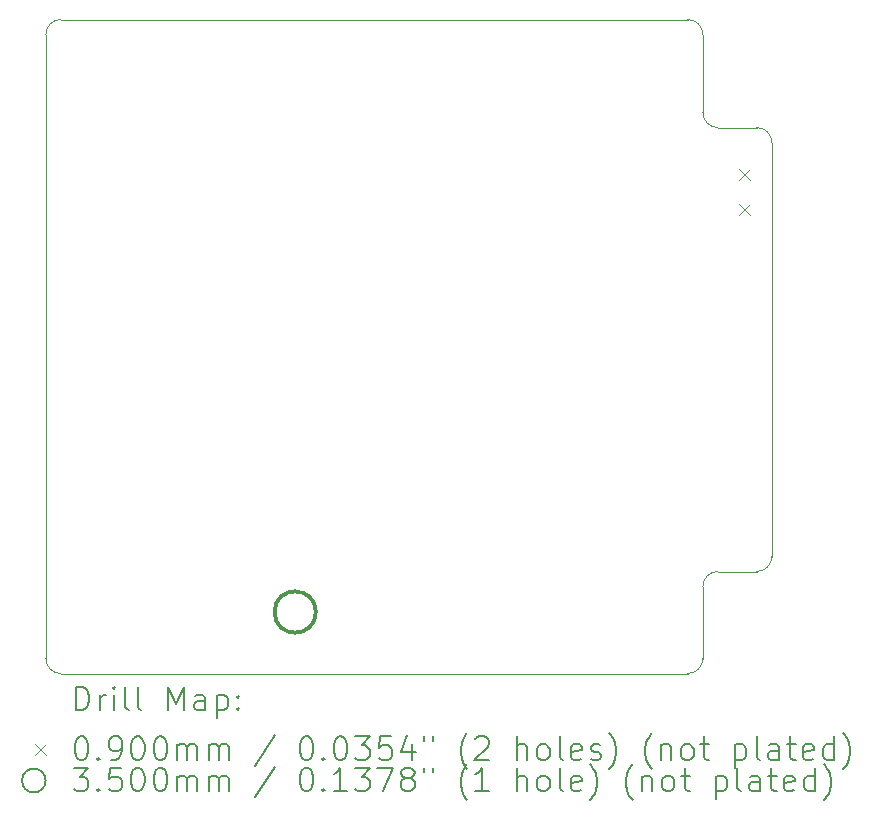
<source format=gbr>
%FSLAX45Y45*%
G04 Gerber Fmt 4.5, Leading zero omitted, Abs format (unit mm)*
G04 Created by KiCad (PCBNEW (6.0.4-0)) date 2022-04-27 14:28:38*
%MOMM*%
%LPD*%
G01*
G04 APERTURE LIST*
%TA.AperFunction,Profile*%
%ADD10C,0.050000*%
%TD*%
%ADD11C,0.200000*%
%ADD12C,0.090000*%
%ADD13C,0.350000*%
G04 APERTURE END LIST*
D10*
X18199100Y-9372600D02*
G75*
G03*
X18072100Y-9499600I0J-127000D01*
G01*
X18072100Y-5486400D02*
G75*
G03*
X18199100Y-5613400I127000J0D01*
G01*
X18656300Y-5740400D02*
G75*
G03*
X18529300Y-5613400I-127000J0D01*
G01*
X18529300Y-9372600D02*
G75*
G03*
X18656300Y-9245600I0J127000D01*
G01*
X12509500Y-10109200D02*
G75*
G03*
X12636500Y-10236200I127000J0D01*
G01*
X17945100Y-10236200D02*
G75*
G03*
X18072100Y-10109200I0J127000D01*
G01*
X18072100Y-4826000D02*
G75*
G03*
X17945100Y-4699000I-127000J0D01*
G01*
X12636500Y-4699000D02*
G75*
G03*
X12509500Y-4826000I0J-127000D01*
G01*
X18199100Y-9372600D02*
X18529300Y-9372600D01*
X18072100Y-9499600D02*
X18072100Y-10109200D01*
X18199100Y-5613400D02*
X18529300Y-5613400D01*
X18072100Y-4826000D02*
X18072100Y-5486400D01*
X12636500Y-4699000D02*
X17945100Y-4699000D01*
X12509500Y-10109200D02*
X12509500Y-4826000D01*
X17945100Y-10236200D02*
X12636500Y-10236200D01*
X18656300Y-5740400D02*
X18656300Y-9245600D01*
D11*
D12*
X18377600Y-5964500D02*
X18467600Y-6054500D01*
X18467600Y-5964500D02*
X18377600Y-6054500D01*
X18377600Y-6264500D02*
X18467600Y-6354500D01*
X18467600Y-6264500D02*
X18377600Y-6354500D01*
D13*
X14795000Y-9715500D02*
G75*
G03*
X14795000Y-9715500I-175000J0D01*
G01*
D11*
X12764619Y-10549176D02*
X12764619Y-10349176D01*
X12812238Y-10349176D01*
X12840809Y-10358700D01*
X12859857Y-10377748D01*
X12869381Y-10396795D01*
X12878905Y-10434890D01*
X12878905Y-10463462D01*
X12869381Y-10501557D01*
X12859857Y-10520605D01*
X12840809Y-10539652D01*
X12812238Y-10549176D01*
X12764619Y-10549176D01*
X12964619Y-10549176D02*
X12964619Y-10415843D01*
X12964619Y-10453938D02*
X12974143Y-10434890D01*
X12983667Y-10425367D01*
X13002714Y-10415843D01*
X13021762Y-10415843D01*
X13088428Y-10549176D02*
X13088428Y-10415843D01*
X13088428Y-10349176D02*
X13078905Y-10358700D01*
X13088428Y-10368224D01*
X13097952Y-10358700D01*
X13088428Y-10349176D01*
X13088428Y-10368224D01*
X13212238Y-10549176D02*
X13193190Y-10539652D01*
X13183667Y-10520605D01*
X13183667Y-10349176D01*
X13317000Y-10549176D02*
X13297952Y-10539652D01*
X13288428Y-10520605D01*
X13288428Y-10349176D01*
X13545571Y-10549176D02*
X13545571Y-10349176D01*
X13612238Y-10492033D01*
X13678905Y-10349176D01*
X13678905Y-10549176D01*
X13859857Y-10549176D02*
X13859857Y-10444414D01*
X13850333Y-10425367D01*
X13831286Y-10415843D01*
X13793190Y-10415843D01*
X13774143Y-10425367D01*
X13859857Y-10539652D02*
X13840809Y-10549176D01*
X13793190Y-10549176D01*
X13774143Y-10539652D01*
X13764619Y-10520605D01*
X13764619Y-10501557D01*
X13774143Y-10482510D01*
X13793190Y-10472986D01*
X13840809Y-10472986D01*
X13859857Y-10463462D01*
X13955095Y-10415843D02*
X13955095Y-10615843D01*
X13955095Y-10425367D02*
X13974143Y-10415843D01*
X14012238Y-10415843D01*
X14031286Y-10425367D01*
X14040809Y-10434890D01*
X14050333Y-10453938D01*
X14050333Y-10511081D01*
X14040809Y-10530129D01*
X14031286Y-10539652D01*
X14012238Y-10549176D01*
X13974143Y-10549176D01*
X13955095Y-10539652D01*
X14136048Y-10530129D02*
X14145571Y-10539652D01*
X14136048Y-10549176D01*
X14126524Y-10539652D01*
X14136048Y-10530129D01*
X14136048Y-10549176D01*
X14136048Y-10425367D02*
X14145571Y-10434890D01*
X14136048Y-10444414D01*
X14126524Y-10434890D01*
X14136048Y-10425367D01*
X14136048Y-10444414D01*
D12*
X12417000Y-10833700D02*
X12507000Y-10923700D01*
X12507000Y-10833700D02*
X12417000Y-10923700D01*
D11*
X12802714Y-10769176D02*
X12821762Y-10769176D01*
X12840809Y-10778700D01*
X12850333Y-10788224D01*
X12859857Y-10807271D01*
X12869381Y-10845367D01*
X12869381Y-10892986D01*
X12859857Y-10931081D01*
X12850333Y-10950129D01*
X12840809Y-10959652D01*
X12821762Y-10969176D01*
X12802714Y-10969176D01*
X12783667Y-10959652D01*
X12774143Y-10950129D01*
X12764619Y-10931081D01*
X12755095Y-10892986D01*
X12755095Y-10845367D01*
X12764619Y-10807271D01*
X12774143Y-10788224D01*
X12783667Y-10778700D01*
X12802714Y-10769176D01*
X12955095Y-10950129D02*
X12964619Y-10959652D01*
X12955095Y-10969176D01*
X12945571Y-10959652D01*
X12955095Y-10950129D01*
X12955095Y-10969176D01*
X13059857Y-10969176D02*
X13097952Y-10969176D01*
X13117000Y-10959652D01*
X13126524Y-10950129D01*
X13145571Y-10921557D01*
X13155095Y-10883462D01*
X13155095Y-10807271D01*
X13145571Y-10788224D01*
X13136048Y-10778700D01*
X13117000Y-10769176D01*
X13078905Y-10769176D01*
X13059857Y-10778700D01*
X13050333Y-10788224D01*
X13040809Y-10807271D01*
X13040809Y-10854890D01*
X13050333Y-10873938D01*
X13059857Y-10883462D01*
X13078905Y-10892986D01*
X13117000Y-10892986D01*
X13136048Y-10883462D01*
X13145571Y-10873938D01*
X13155095Y-10854890D01*
X13278905Y-10769176D02*
X13297952Y-10769176D01*
X13317000Y-10778700D01*
X13326524Y-10788224D01*
X13336048Y-10807271D01*
X13345571Y-10845367D01*
X13345571Y-10892986D01*
X13336048Y-10931081D01*
X13326524Y-10950129D01*
X13317000Y-10959652D01*
X13297952Y-10969176D01*
X13278905Y-10969176D01*
X13259857Y-10959652D01*
X13250333Y-10950129D01*
X13240809Y-10931081D01*
X13231286Y-10892986D01*
X13231286Y-10845367D01*
X13240809Y-10807271D01*
X13250333Y-10788224D01*
X13259857Y-10778700D01*
X13278905Y-10769176D01*
X13469381Y-10769176D02*
X13488428Y-10769176D01*
X13507476Y-10778700D01*
X13517000Y-10788224D01*
X13526524Y-10807271D01*
X13536048Y-10845367D01*
X13536048Y-10892986D01*
X13526524Y-10931081D01*
X13517000Y-10950129D01*
X13507476Y-10959652D01*
X13488428Y-10969176D01*
X13469381Y-10969176D01*
X13450333Y-10959652D01*
X13440809Y-10950129D01*
X13431286Y-10931081D01*
X13421762Y-10892986D01*
X13421762Y-10845367D01*
X13431286Y-10807271D01*
X13440809Y-10788224D01*
X13450333Y-10778700D01*
X13469381Y-10769176D01*
X13621762Y-10969176D02*
X13621762Y-10835843D01*
X13621762Y-10854890D02*
X13631286Y-10845367D01*
X13650333Y-10835843D01*
X13678905Y-10835843D01*
X13697952Y-10845367D01*
X13707476Y-10864414D01*
X13707476Y-10969176D01*
X13707476Y-10864414D02*
X13717000Y-10845367D01*
X13736048Y-10835843D01*
X13764619Y-10835843D01*
X13783667Y-10845367D01*
X13793190Y-10864414D01*
X13793190Y-10969176D01*
X13888428Y-10969176D02*
X13888428Y-10835843D01*
X13888428Y-10854890D02*
X13897952Y-10845367D01*
X13917000Y-10835843D01*
X13945571Y-10835843D01*
X13964619Y-10845367D01*
X13974143Y-10864414D01*
X13974143Y-10969176D01*
X13974143Y-10864414D02*
X13983667Y-10845367D01*
X14002714Y-10835843D01*
X14031286Y-10835843D01*
X14050333Y-10845367D01*
X14059857Y-10864414D01*
X14059857Y-10969176D01*
X14450333Y-10759652D02*
X14278905Y-11016795D01*
X14707476Y-10769176D02*
X14726524Y-10769176D01*
X14745571Y-10778700D01*
X14755095Y-10788224D01*
X14764619Y-10807271D01*
X14774143Y-10845367D01*
X14774143Y-10892986D01*
X14764619Y-10931081D01*
X14755095Y-10950129D01*
X14745571Y-10959652D01*
X14726524Y-10969176D01*
X14707476Y-10969176D01*
X14688428Y-10959652D01*
X14678905Y-10950129D01*
X14669381Y-10931081D01*
X14659857Y-10892986D01*
X14659857Y-10845367D01*
X14669381Y-10807271D01*
X14678905Y-10788224D01*
X14688428Y-10778700D01*
X14707476Y-10769176D01*
X14859857Y-10950129D02*
X14869381Y-10959652D01*
X14859857Y-10969176D01*
X14850333Y-10959652D01*
X14859857Y-10950129D01*
X14859857Y-10969176D01*
X14993190Y-10769176D02*
X15012238Y-10769176D01*
X15031286Y-10778700D01*
X15040809Y-10788224D01*
X15050333Y-10807271D01*
X15059857Y-10845367D01*
X15059857Y-10892986D01*
X15050333Y-10931081D01*
X15040809Y-10950129D01*
X15031286Y-10959652D01*
X15012238Y-10969176D01*
X14993190Y-10969176D01*
X14974143Y-10959652D01*
X14964619Y-10950129D01*
X14955095Y-10931081D01*
X14945571Y-10892986D01*
X14945571Y-10845367D01*
X14955095Y-10807271D01*
X14964619Y-10788224D01*
X14974143Y-10778700D01*
X14993190Y-10769176D01*
X15126524Y-10769176D02*
X15250333Y-10769176D01*
X15183667Y-10845367D01*
X15212238Y-10845367D01*
X15231286Y-10854890D01*
X15240809Y-10864414D01*
X15250333Y-10883462D01*
X15250333Y-10931081D01*
X15240809Y-10950129D01*
X15231286Y-10959652D01*
X15212238Y-10969176D01*
X15155095Y-10969176D01*
X15136048Y-10959652D01*
X15126524Y-10950129D01*
X15431286Y-10769176D02*
X15336048Y-10769176D01*
X15326524Y-10864414D01*
X15336048Y-10854890D01*
X15355095Y-10845367D01*
X15402714Y-10845367D01*
X15421762Y-10854890D01*
X15431286Y-10864414D01*
X15440809Y-10883462D01*
X15440809Y-10931081D01*
X15431286Y-10950129D01*
X15421762Y-10959652D01*
X15402714Y-10969176D01*
X15355095Y-10969176D01*
X15336048Y-10959652D01*
X15326524Y-10950129D01*
X15612238Y-10835843D02*
X15612238Y-10969176D01*
X15564619Y-10759652D02*
X15517000Y-10902510D01*
X15640809Y-10902510D01*
X15707476Y-10769176D02*
X15707476Y-10807271D01*
X15783667Y-10769176D02*
X15783667Y-10807271D01*
X16078905Y-11045367D02*
X16069381Y-11035843D01*
X16050333Y-11007271D01*
X16040809Y-10988224D01*
X16031286Y-10959652D01*
X16021762Y-10912033D01*
X16021762Y-10873938D01*
X16031286Y-10826319D01*
X16040809Y-10797748D01*
X16050333Y-10778700D01*
X16069381Y-10750129D01*
X16078905Y-10740605D01*
X16145571Y-10788224D02*
X16155095Y-10778700D01*
X16174143Y-10769176D01*
X16221762Y-10769176D01*
X16240809Y-10778700D01*
X16250333Y-10788224D01*
X16259857Y-10807271D01*
X16259857Y-10826319D01*
X16250333Y-10854890D01*
X16136048Y-10969176D01*
X16259857Y-10969176D01*
X16497952Y-10969176D02*
X16497952Y-10769176D01*
X16583667Y-10969176D02*
X16583667Y-10864414D01*
X16574143Y-10845367D01*
X16555095Y-10835843D01*
X16526524Y-10835843D01*
X16507476Y-10845367D01*
X16497952Y-10854890D01*
X16707476Y-10969176D02*
X16688428Y-10959652D01*
X16678905Y-10950129D01*
X16669381Y-10931081D01*
X16669381Y-10873938D01*
X16678905Y-10854890D01*
X16688428Y-10845367D01*
X16707476Y-10835843D01*
X16736048Y-10835843D01*
X16755095Y-10845367D01*
X16764619Y-10854890D01*
X16774143Y-10873938D01*
X16774143Y-10931081D01*
X16764619Y-10950129D01*
X16755095Y-10959652D01*
X16736048Y-10969176D01*
X16707476Y-10969176D01*
X16888429Y-10969176D02*
X16869381Y-10959652D01*
X16859857Y-10940605D01*
X16859857Y-10769176D01*
X17040810Y-10959652D02*
X17021762Y-10969176D01*
X16983667Y-10969176D01*
X16964619Y-10959652D01*
X16955095Y-10940605D01*
X16955095Y-10864414D01*
X16964619Y-10845367D01*
X16983667Y-10835843D01*
X17021762Y-10835843D01*
X17040810Y-10845367D01*
X17050333Y-10864414D01*
X17050333Y-10883462D01*
X16955095Y-10902510D01*
X17126524Y-10959652D02*
X17145571Y-10969176D01*
X17183667Y-10969176D01*
X17202714Y-10959652D01*
X17212238Y-10940605D01*
X17212238Y-10931081D01*
X17202714Y-10912033D01*
X17183667Y-10902510D01*
X17155095Y-10902510D01*
X17136048Y-10892986D01*
X17126524Y-10873938D01*
X17126524Y-10864414D01*
X17136048Y-10845367D01*
X17155095Y-10835843D01*
X17183667Y-10835843D01*
X17202714Y-10845367D01*
X17278905Y-11045367D02*
X17288429Y-11035843D01*
X17307476Y-11007271D01*
X17317000Y-10988224D01*
X17326524Y-10959652D01*
X17336048Y-10912033D01*
X17336048Y-10873938D01*
X17326524Y-10826319D01*
X17317000Y-10797748D01*
X17307476Y-10778700D01*
X17288429Y-10750129D01*
X17278905Y-10740605D01*
X17640810Y-11045367D02*
X17631286Y-11035843D01*
X17612238Y-11007271D01*
X17602714Y-10988224D01*
X17593190Y-10959652D01*
X17583667Y-10912033D01*
X17583667Y-10873938D01*
X17593190Y-10826319D01*
X17602714Y-10797748D01*
X17612238Y-10778700D01*
X17631286Y-10750129D01*
X17640810Y-10740605D01*
X17717000Y-10835843D02*
X17717000Y-10969176D01*
X17717000Y-10854890D02*
X17726524Y-10845367D01*
X17745571Y-10835843D01*
X17774143Y-10835843D01*
X17793190Y-10845367D01*
X17802714Y-10864414D01*
X17802714Y-10969176D01*
X17926524Y-10969176D02*
X17907476Y-10959652D01*
X17897952Y-10950129D01*
X17888429Y-10931081D01*
X17888429Y-10873938D01*
X17897952Y-10854890D01*
X17907476Y-10845367D01*
X17926524Y-10835843D01*
X17955095Y-10835843D01*
X17974143Y-10845367D01*
X17983667Y-10854890D01*
X17993190Y-10873938D01*
X17993190Y-10931081D01*
X17983667Y-10950129D01*
X17974143Y-10959652D01*
X17955095Y-10969176D01*
X17926524Y-10969176D01*
X18050333Y-10835843D02*
X18126524Y-10835843D01*
X18078905Y-10769176D02*
X18078905Y-10940605D01*
X18088429Y-10959652D01*
X18107476Y-10969176D01*
X18126524Y-10969176D01*
X18345571Y-10835843D02*
X18345571Y-11035843D01*
X18345571Y-10845367D02*
X18364619Y-10835843D01*
X18402714Y-10835843D01*
X18421762Y-10845367D01*
X18431286Y-10854890D01*
X18440810Y-10873938D01*
X18440810Y-10931081D01*
X18431286Y-10950129D01*
X18421762Y-10959652D01*
X18402714Y-10969176D01*
X18364619Y-10969176D01*
X18345571Y-10959652D01*
X18555095Y-10969176D02*
X18536048Y-10959652D01*
X18526524Y-10940605D01*
X18526524Y-10769176D01*
X18717000Y-10969176D02*
X18717000Y-10864414D01*
X18707476Y-10845367D01*
X18688429Y-10835843D01*
X18650333Y-10835843D01*
X18631286Y-10845367D01*
X18717000Y-10959652D02*
X18697952Y-10969176D01*
X18650333Y-10969176D01*
X18631286Y-10959652D01*
X18621762Y-10940605D01*
X18621762Y-10921557D01*
X18631286Y-10902510D01*
X18650333Y-10892986D01*
X18697952Y-10892986D01*
X18717000Y-10883462D01*
X18783667Y-10835843D02*
X18859857Y-10835843D01*
X18812238Y-10769176D02*
X18812238Y-10940605D01*
X18821762Y-10959652D01*
X18840810Y-10969176D01*
X18859857Y-10969176D01*
X19002714Y-10959652D02*
X18983667Y-10969176D01*
X18945571Y-10969176D01*
X18926524Y-10959652D01*
X18917000Y-10940605D01*
X18917000Y-10864414D01*
X18926524Y-10845367D01*
X18945571Y-10835843D01*
X18983667Y-10835843D01*
X19002714Y-10845367D01*
X19012238Y-10864414D01*
X19012238Y-10883462D01*
X18917000Y-10902510D01*
X19183667Y-10969176D02*
X19183667Y-10769176D01*
X19183667Y-10959652D02*
X19164619Y-10969176D01*
X19126524Y-10969176D01*
X19107476Y-10959652D01*
X19097952Y-10950129D01*
X19088429Y-10931081D01*
X19088429Y-10873938D01*
X19097952Y-10854890D01*
X19107476Y-10845367D01*
X19126524Y-10835843D01*
X19164619Y-10835843D01*
X19183667Y-10845367D01*
X19259857Y-11045367D02*
X19269381Y-11035843D01*
X19288429Y-11007271D01*
X19297952Y-10988224D01*
X19307476Y-10959652D01*
X19317000Y-10912033D01*
X19317000Y-10873938D01*
X19307476Y-10826319D01*
X19297952Y-10797748D01*
X19288429Y-10778700D01*
X19269381Y-10750129D01*
X19259857Y-10740605D01*
X12507000Y-11142700D02*
G75*
G03*
X12507000Y-11142700I-100000J0D01*
G01*
X12745571Y-11033176D02*
X12869381Y-11033176D01*
X12802714Y-11109367D01*
X12831286Y-11109367D01*
X12850333Y-11118890D01*
X12859857Y-11128414D01*
X12869381Y-11147462D01*
X12869381Y-11195081D01*
X12859857Y-11214128D01*
X12850333Y-11223652D01*
X12831286Y-11233176D01*
X12774143Y-11233176D01*
X12755095Y-11223652D01*
X12745571Y-11214128D01*
X12955095Y-11214128D02*
X12964619Y-11223652D01*
X12955095Y-11233176D01*
X12945571Y-11223652D01*
X12955095Y-11214128D01*
X12955095Y-11233176D01*
X13145571Y-11033176D02*
X13050333Y-11033176D01*
X13040809Y-11128414D01*
X13050333Y-11118890D01*
X13069381Y-11109367D01*
X13117000Y-11109367D01*
X13136048Y-11118890D01*
X13145571Y-11128414D01*
X13155095Y-11147462D01*
X13155095Y-11195081D01*
X13145571Y-11214128D01*
X13136048Y-11223652D01*
X13117000Y-11233176D01*
X13069381Y-11233176D01*
X13050333Y-11223652D01*
X13040809Y-11214128D01*
X13278905Y-11033176D02*
X13297952Y-11033176D01*
X13317000Y-11042700D01*
X13326524Y-11052224D01*
X13336048Y-11071271D01*
X13345571Y-11109367D01*
X13345571Y-11156986D01*
X13336048Y-11195081D01*
X13326524Y-11214128D01*
X13317000Y-11223652D01*
X13297952Y-11233176D01*
X13278905Y-11233176D01*
X13259857Y-11223652D01*
X13250333Y-11214128D01*
X13240809Y-11195081D01*
X13231286Y-11156986D01*
X13231286Y-11109367D01*
X13240809Y-11071271D01*
X13250333Y-11052224D01*
X13259857Y-11042700D01*
X13278905Y-11033176D01*
X13469381Y-11033176D02*
X13488428Y-11033176D01*
X13507476Y-11042700D01*
X13517000Y-11052224D01*
X13526524Y-11071271D01*
X13536048Y-11109367D01*
X13536048Y-11156986D01*
X13526524Y-11195081D01*
X13517000Y-11214128D01*
X13507476Y-11223652D01*
X13488428Y-11233176D01*
X13469381Y-11233176D01*
X13450333Y-11223652D01*
X13440809Y-11214128D01*
X13431286Y-11195081D01*
X13421762Y-11156986D01*
X13421762Y-11109367D01*
X13431286Y-11071271D01*
X13440809Y-11052224D01*
X13450333Y-11042700D01*
X13469381Y-11033176D01*
X13621762Y-11233176D02*
X13621762Y-11099843D01*
X13621762Y-11118890D02*
X13631286Y-11109367D01*
X13650333Y-11099843D01*
X13678905Y-11099843D01*
X13697952Y-11109367D01*
X13707476Y-11128414D01*
X13707476Y-11233176D01*
X13707476Y-11128414D02*
X13717000Y-11109367D01*
X13736048Y-11099843D01*
X13764619Y-11099843D01*
X13783667Y-11109367D01*
X13793190Y-11128414D01*
X13793190Y-11233176D01*
X13888428Y-11233176D02*
X13888428Y-11099843D01*
X13888428Y-11118890D02*
X13897952Y-11109367D01*
X13917000Y-11099843D01*
X13945571Y-11099843D01*
X13964619Y-11109367D01*
X13974143Y-11128414D01*
X13974143Y-11233176D01*
X13974143Y-11128414D02*
X13983667Y-11109367D01*
X14002714Y-11099843D01*
X14031286Y-11099843D01*
X14050333Y-11109367D01*
X14059857Y-11128414D01*
X14059857Y-11233176D01*
X14450333Y-11023652D02*
X14278905Y-11280795D01*
X14707476Y-11033176D02*
X14726524Y-11033176D01*
X14745571Y-11042700D01*
X14755095Y-11052224D01*
X14764619Y-11071271D01*
X14774143Y-11109367D01*
X14774143Y-11156986D01*
X14764619Y-11195081D01*
X14755095Y-11214128D01*
X14745571Y-11223652D01*
X14726524Y-11233176D01*
X14707476Y-11233176D01*
X14688428Y-11223652D01*
X14678905Y-11214128D01*
X14669381Y-11195081D01*
X14659857Y-11156986D01*
X14659857Y-11109367D01*
X14669381Y-11071271D01*
X14678905Y-11052224D01*
X14688428Y-11042700D01*
X14707476Y-11033176D01*
X14859857Y-11214128D02*
X14869381Y-11223652D01*
X14859857Y-11233176D01*
X14850333Y-11223652D01*
X14859857Y-11214128D01*
X14859857Y-11233176D01*
X15059857Y-11233176D02*
X14945571Y-11233176D01*
X15002714Y-11233176D02*
X15002714Y-11033176D01*
X14983667Y-11061748D01*
X14964619Y-11080795D01*
X14945571Y-11090319D01*
X15126524Y-11033176D02*
X15250333Y-11033176D01*
X15183667Y-11109367D01*
X15212238Y-11109367D01*
X15231286Y-11118890D01*
X15240809Y-11128414D01*
X15250333Y-11147462D01*
X15250333Y-11195081D01*
X15240809Y-11214128D01*
X15231286Y-11223652D01*
X15212238Y-11233176D01*
X15155095Y-11233176D01*
X15136048Y-11223652D01*
X15126524Y-11214128D01*
X15317000Y-11033176D02*
X15450333Y-11033176D01*
X15364619Y-11233176D01*
X15555095Y-11118890D02*
X15536048Y-11109367D01*
X15526524Y-11099843D01*
X15517000Y-11080795D01*
X15517000Y-11071271D01*
X15526524Y-11052224D01*
X15536048Y-11042700D01*
X15555095Y-11033176D01*
X15593190Y-11033176D01*
X15612238Y-11042700D01*
X15621762Y-11052224D01*
X15631286Y-11071271D01*
X15631286Y-11080795D01*
X15621762Y-11099843D01*
X15612238Y-11109367D01*
X15593190Y-11118890D01*
X15555095Y-11118890D01*
X15536048Y-11128414D01*
X15526524Y-11137938D01*
X15517000Y-11156986D01*
X15517000Y-11195081D01*
X15526524Y-11214128D01*
X15536048Y-11223652D01*
X15555095Y-11233176D01*
X15593190Y-11233176D01*
X15612238Y-11223652D01*
X15621762Y-11214128D01*
X15631286Y-11195081D01*
X15631286Y-11156986D01*
X15621762Y-11137938D01*
X15612238Y-11128414D01*
X15593190Y-11118890D01*
X15707476Y-11033176D02*
X15707476Y-11071271D01*
X15783667Y-11033176D02*
X15783667Y-11071271D01*
X16078905Y-11309367D02*
X16069381Y-11299843D01*
X16050333Y-11271271D01*
X16040809Y-11252224D01*
X16031286Y-11223652D01*
X16021762Y-11176033D01*
X16021762Y-11137938D01*
X16031286Y-11090319D01*
X16040809Y-11061748D01*
X16050333Y-11042700D01*
X16069381Y-11014129D01*
X16078905Y-11004605D01*
X16259857Y-11233176D02*
X16145571Y-11233176D01*
X16202714Y-11233176D02*
X16202714Y-11033176D01*
X16183667Y-11061748D01*
X16164619Y-11080795D01*
X16145571Y-11090319D01*
X16497952Y-11233176D02*
X16497952Y-11033176D01*
X16583667Y-11233176D02*
X16583667Y-11128414D01*
X16574143Y-11109367D01*
X16555095Y-11099843D01*
X16526524Y-11099843D01*
X16507476Y-11109367D01*
X16497952Y-11118890D01*
X16707476Y-11233176D02*
X16688428Y-11223652D01*
X16678905Y-11214128D01*
X16669381Y-11195081D01*
X16669381Y-11137938D01*
X16678905Y-11118890D01*
X16688428Y-11109367D01*
X16707476Y-11099843D01*
X16736048Y-11099843D01*
X16755095Y-11109367D01*
X16764619Y-11118890D01*
X16774143Y-11137938D01*
X16774143Y-11195081D01*
X16764619Y-11214128D01*
X16755095Y-11223652D01*
X16736048Y-11233176D01*
X16707476Y-11233176D01*
X16888429Y-11233176D02*
X16869381Y-11223652D01*
X16859857Y-11204605D01*
X16859857Y-11033176D01*
X17040810Y-11223652D02*
X17021762Y-11233176D01*
X16983667Y-11233176D01*
X16964619Y-11223652D01*
X16955095Y-11204605D01*
X16955095Y-11128414D01*
X16964619Y-11109367D01*
X16983667Y-11099843D01*
X17021762Y-11099843D01*
X17040810Y-11109367D01*
X17050333Y-11128414D01*
X17050333Y-11147462D01*
X16955095Y-11166510D01*
X17117000Y-11309367D02*
X17126524Y-11299843D01*
X17145571Y-11271271D01*
X17155095Y-11252224D01*
X17164619Y-11223652D01*
X17174143Y-11176033D01*
X17174143Y-11137938D01*
X17164619Y-11090319D01*
X17155095Y-11061748D01*
X17145571Y-11042700D01*
X17126524Y-11014129D01*
X17117000Y-11004605D01*
X17478905Y-11309367D02*
X17469381Y-11299843D01*
X17450333Y-11271271D01*
X17440810Y-11252224D01*
X17431286Y-11223652D01*
X17421762Y-11176033D01*
X17421762Y-11137938D01*
X17431286Y-11090319D01*
X17440810Y-11061748D01*
X17450333Y-11042700D01*
X17469381Y-11014129D01*
X17478905Y-11004605D01*
X17555095Y-11099843D02*
X17555095Y-11233176D01*
X17555095Y-11118890D02*
X17564619Y-11109367D01*
X17583667Y-11099843D01*
X17612238Y-11099843D01*
X17631286Y-11109367D01*
X17640810Y-11128414D01*
X17640810Y-11233176D01*
X17764619Y-11233176D02*
X17745571Y-11223652D01*
X17736048Y-11214128D01*
X17726524Y-11195081D01*
X17726524Y-11137938D01*
X17736048Y-11118890D01*
X17745571Y-11109367D01*
X17764619Y-11099843D01*
X17793190Y-11099843D01*
X17812238Y-11109367D01*
X17821762Y-11118890D01*
X17831286Y-11137938D01*
X17831286Y-11195081D01*
X17821762Y-11214128D01*
X17812238Y-11223652D01*
X17793190Y-11233176D01*
X17764619Y-11233176D01*
X17888429Y-11099843D02*
X17964619Y-11099843D01*
X17917000Y-11033176D02*
X17917000Y-11204605D01*
X17926524Y-11223652D01*
X17945571Y-11233176D01*
X17964619Y-11233176D01*
X18183667Y-11099843D02*
X18183667Y-11299843D01*
X18183667Y-11109367D02*
X18202714Y-11099843D01*
X18240810Y-11099843D01*
X18259857Y-11109367D01*
X18269381Y-11118890D01*
X18278905Y-11137938D01*
X18278905Y-11195081D01*
X18269381Y-11214128D01*
X18259857Y-11223652D01*
X18240810Y-11233176D01*
X18202714Y-11233176D01*
X18183667Y-11223652D01*
X18393190Y-11233176D02*
X18374143Y-11223652D01*
X18364619Y-11204605D01*
X18364619Y-11033176D01*
X18555095Y-11233176D02*
X18555095Y-11128414D01*
X18545571Y-11109367D01*
X18526524Y-11099843D01*
X18488429Y-11099843D01*
X18469381Y-11109367D01*
X18555095Y-11223652D02*
X18536048Y-11233176D01*
X18488429Y-11233176D01*
X18469381Y-11223652D01*
X18459857Y-11204605D01*
X18459857Y-11185557D01*
X18469381Y-11166510D01*
X18488429Y-11156986D01*
X18536048Y-11156986D01*
X18555095Y-11147462D01*
X18621762Y-11099843D02*
X18697952Y-11099843D01*
X18650333Y-11033176D02*
X18650333Y-11204605D01*
X18659857Y-11223652D01*
X18678905Y-11233176D01*
X18697952Y-11233176D01*
X18840810Y-11223652D02*
X18821762Y-11233176D01*
X18783667Y-11233176D01*
X18764619Y-11223652D01*
X18755095Y-11204605D01*
X18755095Y-11128414D01*
X18764619Y-11109367D01*
X18783667Y-11099843D01*
X18821762Y-11099843D01*
X18840810Y-11109367D01*
X18850333Y-11128414D01*
X18850333Y-11147462D01*
X18755095Y-11166510D01*
X19021762Y-11233176D02*
X19021762Y-11033176D01*
X19021762Y-11223652D02*
X19002714Y-11233176D01*
X18964619Y-11233176D01*
X18945571Y-11223652D01*
X18936048Y-11214128D01*
X18926524Y-11195081D01*
X18926524Y-11137938D01*
X18936048Y-11118890D01*
X18945571Y-11109367D01*
X18964619Y-11099843D01*
X19002714Y-11099843D01*
X19021762Y-11109367D01*
X19097952Y-11309367D02*
X19107476Y-11299843D01*
X19126524Y-11271271D01*
X19136048Y-11252224D01*
X19145571Y-11223652D01*
X19155095Y-11176033D01*
X19155095Y-11137938D01*
X19145571Y-11090319D01*
X19136048Y-11061748D01*
X19126524Y-11042700D01*
X19107476Y-11014129D01*
X19097952Y-11004605D01*
M02*

</source>
